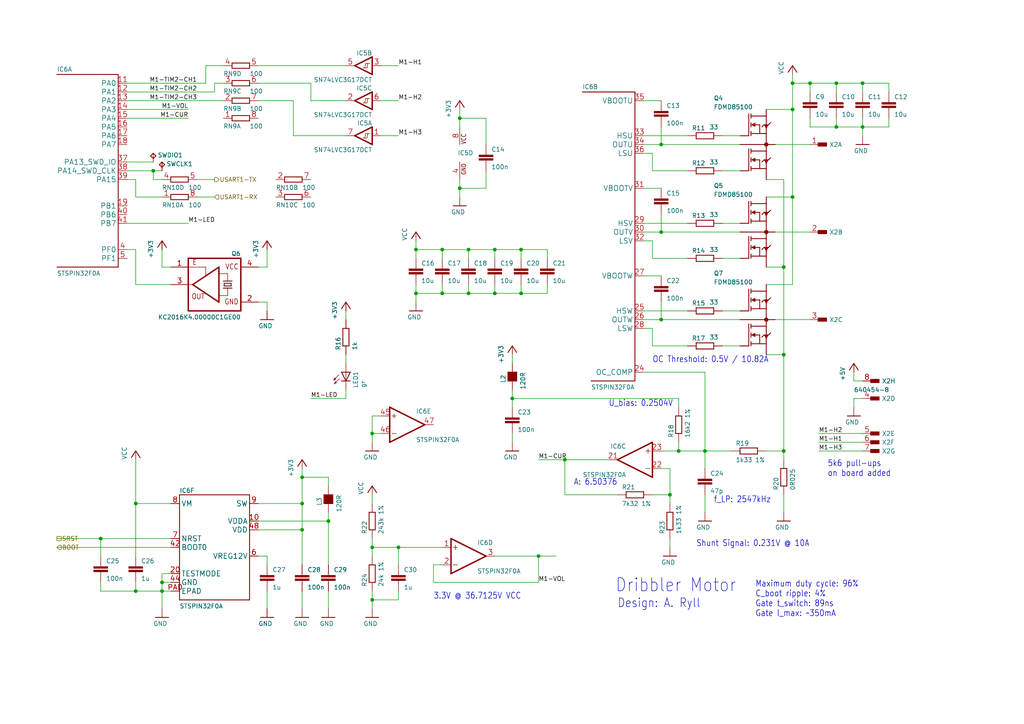
<source format=kicad_sch>
(kicad_sch (version 20250114) (generator "eeschema") (generator_version "9.0")
  (paper "A4")
  (text "f_LP: 2547kHz" (at 207.01 146.05 0) (effects (font (size 1.778 1.5113)) (justify left bottom)))
  (text "Design: A. Ryll" (at 179.07 176.53 0) (effects (font (size 2.54 2.159)) (justify left bottom)))
  (text "A: 6.50376" (at 166.37 140.97 0) (effects (font (size 1.778 1.5113)) (justify left bottom)))
  (text "Dribbler Motor" (at 178.435 172.085 0) (effects (font (size 3.81 3.2385)) (justify left bottom)))
  (text "5k6 pull-ups\non board added" (at 240.03 138.43 0) (effects (font (size 1.778 1.5113)) (justify left bottom)))
  (text "OC Threshold: 0.5V / 10.82A" (at 189.23 105.41 0) (effects (font (size 1.778 1.5113)) (justify left bottom)))
  (text "Maximum duty cycle: 96%\nC_boot ripple: 4%\nGate t_switch: 89ns\nGate I_max: ~350mA" (at 219.075 179.07 0) (effects (font (size 1.778 1.5113)) (justify left bottom)))
  (text "U_bias: 0.2504V" (at 176.53 118.11 0) (effects (font (size 1.778 1.5113)) (justify left bottom)))
  (text "Shunt Signal: 0.231V @ 10A" (at 201.93 158.75 0) (effects (font (size 1.778 1.5113)) (justify left bottom)))
  (text "3.3V @ 36.7125V VCC" (at 125.73 173.99 0) (effects (font (size 1.778 1.5113)) (justify left bottom)))
  (junction (at 229.87 31.75))
  (junction (at 128.27 72.39))
  (junction (at 46.99 168.91))
  (junction (at 107.95 125.73))
  (junction (at 87.63 153.67))
  (junction (at 143.51 72.39))
  (junction (at 95.25 151.13))
  (junction (at 46.99 171.45))
  (junction (at 39.37 146.05))
  (junction (at 87.63 146.05))
  (junction (at 135.89 72.39))
  (junction (at 242.57 24.13))
  (junction (at 39.37 171.45))
  (junction (at 191.77 92.71))
  (junction (at 29.21 156.21))
  (junction (at 204.47 130.81))
  (junction (at 191.77 67.31))
  (junction (at 120.65 85.09))
  (junction (at 143.51 85.09))
  (junction (at 191.77 41.91))
  (junction (at 107.95 158.75))
  (junction (at 135.89 85.09))
  (junction (at 107.95 173.99))
  (junction (at 115.57 158.75))
  (junction (at 196.85 130.81))
  (junction (at 242.57 36.83))
  (junction (at 163.83 133.35))
  (junction (at 229.87 57.15))
  (junction (at 148.59 115.57))
  (junction (at 156.21 161.29))
  (junction (at 227.33 102.87))
  (junction (at 151.13 72.39))
  (junction (at 227.33 77.47))
  (junction (at 128.27 85.09))
  (junction (at 229.87 24.13))
  (junction (at 194.31 143.51))
  (junction (at 250.19 24.13))
  (junction (at 133.35 34.29))
  (junction (at 44.45 49.53))
  (junction (at 151.13 85.09))
  (junction (at 87.63 138.43))
  (junction (at 250.19 36.83))
  (junction (at 133.35 54.61))
  (junction (at 227.33 130.81))
  (junction (at 234.95 24.13))
  (junction (at 120.65 72.39))
  (wire (pts (xy 44.45 49.53) (xy 46.99 49.53)) (stroke (width 0.1524)))
  (wire (pts (xy 189.23 95.25) (xy 189.23 100.33)) (stroke (width 0.1524)))
  (wire (pts (xy 196.85 130.81) (xy 196.85 128.27)) (stroke (width 0.1524)))
  (wire (pts (xy 125.73 168.91) (xy 156.21 168.91)) (stroke (width 0.1524)))
  (wire (pts (xy 46.99 166.37) (xy 46.99 168.91)) (stroke (width 0.1524)))
  (wire (pts (xy 39.37 52.07) (xy 36.83 52.07)) (stroke (width 0.1524)))
  (wire (pts (xy 140.97 41.91) (xy 140.97 34.29)) (stroke (width 0.1524)))
  (wire (pts (xy 49.53 156.21) (xy 29.21 156.21)) (stroke (width 0.1524)))
  (wire (pts (xy 257.81 26.67) (xy 257.81 24.13)) (stroke (width 0.1524)))
  (wire (pts (xy 250.19 110.49) (xy 247.65 110.49)) (stroke (width 0.1524)))
  (wire (pts (xy 222.25 77.47) (xy 227.33 77.47)) (stroke (width 0.1524)))
  (wire (pts (xy 229.87 57.15) (xy 229.87 31.75)) (stroke (width 0.1524)))
  (wire (pts (xy 115.57 158.75) (xy 128.27 158.75)) (stroke (width 0.1524)))
  (wire (pts (xy 189.23 100.33) (xy 199.39 100.33)) (stroke (width 0.1524)))
  (wire (pts (xy 250.19 125.73) (xy 237.49 125.73)) (stroke (width 0.1524)))
  (wire (pts (xy 156.21 161.29) (xy 143.51 161.29)) (stroke (width 0.1524)))
  (wire (pts (xy 44.45 52.07) (xy 44.45 49.53)) (stroke (width 0.1524)))
  (wire (pts (xy 29.21 156.21) (xy 16.51 156.21)) (stroke (width 0.1524)))
  (wire (pts (xy 120.65 82.55) (xy 120.65 85.09)) (stroke (width 0.1524)))
  (wire (pts (xy 36.83 31.75) (xy 54.61 31.75)) (stroke (width 0.1524)))
  (wire (pts (xy 191.77 54.61) (xy 186.69 54.61)) (stroke (width 0.1524)))
  (wire (pts (xy 143.51 82.55) (xy 143.51 85.09)) (stroke (width 0.1524)))
  (wire (pts (xy 194.31 135.89) (xy 191.77 135.89)) (stroke (width 0.1524)))
  (wire (pts (xy 191.77 130.81) (xy 196.85 130.81)) (stroke (width 0.1524)))
  (wire (pts (xy 29.21 171.45) (xy 29.21 168.91)) (stroke (width 0.1524)))
  (wire (pts (xy 189.23 49.53) (xy 199.39 49.53)) (stroke (width 0.1524)))
  (wire (pts (xy 133.35 57.15) (xy 133.35 54.61)) (stroke (width 0.1524)))
  (wire (pts (xy 36.83 49.53) (xy 44.45 49.53)) (stroke (width 0.1524)))
  (wire (pts (xy 250.19 130.81) (xy 237.49 130.81)) (stroke (width 0.1524)))
  (wire (pts (xy 222.25 52.07) (xy 227.33 52.07)) (stroke (width 0.1524)))
  (wire (pts (xy 191.77 67.31) (xy 186.69 67.31)) (stroke (width 0.1524)))
  (wire (pts (xy 135.89 85.09) (xy 143.51 85.09)) (stroke (width 0.1524)))
  (wire (pts (xy 189.23 143.51) (xy 194.31 143.51)) (stroke (width 0.1524)))
  (wire (pts (xy 36.83 29.21) (xy 64.77 29.21)) (stroke (width 0.1524)))
  (wire (pts (xy 77.47 87.63) (xy 77.47 90.17)) (stroke (width 0.1524)))
  (wire (pts (xy 115.57 173.99) (xy 107.95 173.99)) (stroke (width 0.1524)))
  (wire (pts (xy 133.35 34.29) (xy 133.35 31.75)) (stroke (width 0.1524)))
  (wire (pts (xy 222.25 31.75) (xy 229.87 31.75)) (stroke (width 0.1524)))
  (wire (pts (xy 62.23 24.13) (xy 64.77 24.13)) (stroke (width 0.1524)))
  (wire (pts (xy 100.33 39.37) (xy 85.09 39.37)) (stroke (width 0.1524)))
  (wire (pts (xy 247.65 110.49) (xy 247.65 107.95)) (stroke (width 0.1524)))
  (wire (pts (xy 110.49 120.65) (xy 107.95 120.65)) (stroke (width 0.1524)))
  (wire (pts (xy 227.33 52.07) (xy 227.33 77.47)) (stroke (width 0.1524)))
  (wire (pts (xy 110.49 29.21) (xy 115.57 29.21)) (stroke (width 0.1524)))
  (wire (pts (xy 222.25 82.55) (xy 229.87 82.55)) (stroke (width 0.1524)))
  (wire (pts (xy 95.25 176.53) (xy 95.25 171.45)) (stroke (width 0.1524)))
  (wire (pts (xy 125.73 163.83) (xy 125.73 168.91)) (stroke (width 0.1524)))
  (wire (pts (xy 64.77 19.05) (xy 59.69 19.05)) (stroke (width 0.1524)))
  (wire (pts (xy 128.27 85.09) (xy 135.89 85.09)) (stroke (width 0.1524)))
  (wire (pts (xy 46.99 77.47) (xy 46.99 72.39)) (stroke (width 0.1524)))
  (wire (pts (xy 143.51 72.39) (xy 151.13 72.39)) (stroke (width 0.1524)))
  (wire (pts (xy 148.59 128.27) (xy 148.59 125.73)) (stroke (width 0.1524)))
  (wire (pts (xy 191.77 41.91) (xy 186.69 41.91)) (stroke (width 0.1524)))
  (wire (pts (xy 186.69 44.45) (xy 189.23 44.45)) (stroke (width 0.1524)))
  (wire (pts (xy 107.95 161.29) (xy 107.95 158.75)) (stroke (width 0.1524)))
  (wire (pts (xy 229.87 24.13) (xy 234.95 24.13)) (stroke (width 0.1524)))
  (wire (pts (xy 204.47 107.95) (xy 186.69 107.95)) (stroke (width 0.1524)))
  (wire (pts (xy 62.23 26.67) (xy 62.23 24.13)) (stroke (width 0.1524)))
  (wire (pts (xy 16.51 158.75) (xy 49.53 158.75)) (stroke (width 0.1524)))
  (wire (pts (xy 227.33 148.59) (xy 227.33 143.51)) (stroke (width 0.1524)))
  (wire (pts (xy 46.99 57.15) (xy 39.37 57.15)) (stroke (width 0.1524)))
  (wire (pts (xy 100.33 90.17) (xy 100.33 92.71)) (stroke (width 0.1524)))
  (wire (pts (xy 110.49 39.37) (xy 115.57 39.37)) (stroke (width 0.1524)))
  (wire (pts (xy 87.63 146.05) (xy 87.63 138.43)) (stroke (width 0.1524)))
  (wire (pts (xy 128.27 74.93) (xy 128.27 72.39)) (stroke (width 0.1524)))
  (wire (pts (xy 250.19 128.27) (xy 237.49 128.27)) (stroke (width 0.1524)))
  (wire (pts (xy 214.63 39.37) (xy 209.55 39.37)) (stroke (width 0.1524)))
  (wire (pts (xy 74.93 87.63) (xy 77.47 87.63)) (stroke (width 0.1524)))
  (wire (pts (xy 100.33 113.03) (xy 100.33 115.57)) (stroke (width 0.1524)))
  (wire (pts (xy 49.53 146.05) (xy 39.37 146.05)) (stroke (width 0.1524)))
  (wire (pts (xy 204.47 130.81) (xy 196.85 130.81)) (stroke (width 0.1524)))
  (wire (pts (xy 49.53 166.37) (xy 46.99 166.37)) (stroke (width 0.1524)))
  (wire (pts (xy 214.63 92.71) (xy 191.77 92.71)) (stroke (width 0.1524)))
  (wire (pts (xy 120.65 72.39) (xy 120.65 69.85)) (stroke (width 0.1524)))
  (wire (pts (xy 151.13 74.93) (xy 151.13 72.39)) (stroke (width 0.1524)))
  (wire (pts (xy 143.51 74.93) (xy 143.51 72.39)) (stroke (width 0.1524)))
  (wire (pts (xy 128.27 72.39) (xy 135.89 72.39)) (stroke (width 0.1524)))
  (wire (pts (xy 196.85 115.57) (xy 148.59 115.57)) (stroke (width 0.1524)))
  (wire (pts (xy 85.09 29.21) (xy 74.93 29.21)) (stroke (width 0.1524)))
  (wire (pts (xy 107.95 120.65) (xy 107.95 125.73)) (stroke (width 0.1524)))
  (wire (pts (xy 87.63 138.43) (xy 87.63 135.89)) (stroke (width 0.1524)))
  (wire (pts (xy 46.99 171.45) (xy 46.99 176.53)) (stroke (width 0.1524)))
  (wire (pts (xy 95.25 151.13) (xy 95.25 148.59)) (stroke (width 0.1524)))
  (wire (pts (xy 189.23 69.85) (xy 189.23 74.93)) (stroke (width 0.1524)))
  (wire (pts (xy 189.23 74.93) (xy 199.39 74.93)) (stroke (width 0.1524)))
  (wire (pts (xy 234.95 24.13) (xy 242.57 24.13)) (stroke (width 0.1524)))
  (wire (pts (xy 74.93 77.47) (xy 77.47 77.47)) (stroke (width 0.1524)))
  (wire (pts (xy 36.83 46.99) (xy 44.45 46.99)) (stroke (width 0.1524)))
  (wire (pts (xy 163.83 133.35) (xy 156.21 133.35)) (stroke (width 0.1524)))
  (wire (pts (xy 49.53 171.45) (xy 46.99 171.45)) (stroke (width 0.1524)))
  (wire (pts (xy 204.47 135.89) (xy 204.47 130.81)) (stroke (width 0.1524)))
  (wire (pts (xy 135.89 74.93) (xy 135.89 72.39)) (stroke (width 0.1524)))
  (wire (pts (xy 214.63 49.53) (xy 209.55 49.53)) (stroke (width 0.1524)))
  (wire (pts (xy 191.77 36.83) (xy 191.77 41.91)) (stroke (width 0.1524)))
  (wire (pts (xy 214.63 90.17) (xy 209.55 90.17)) (stroke (width 0.1524)))
  (wire (pts (xy 209.55 100.33) (xy 214.63 100.33)) (stroke (width 0.1524)))
  (wire (pts (xy 90.17 29.21) (xy 100.33 29.21)) (stroke (width 0.1524)))
  (wire (pts (xy 250.19 24.13) (xy 257.81 24.13)) (stroke (width 0.1524)))
  (wire (pts (xy 204.47 130.81) (xy 204.47 107.95)) (stroke (width 0.1524)))
  (wire (pts (xy 250.19 36.83) (xy 250.19 34.29)) (stroke (width 0.1524)))
  (wire (pts (xy 224.79 92.71) (xy 234.95 92.71)) (stroke (width 0.1524)))
  (wire (pts (xy 250.19 24.13) (xy 250.19 26.67)) (stroke (width 0.1524)))
  (wire (pts (xy 224.79 41.91) (xy 234.95 41.91)) (stroke (width 0.1524)))
  (wire (pts (xy 29.21 161.29) (xy 29.21 156.21)) (stroke (width 0.1524)))
  (wire (pts (xy 191.77 87.63) (xy 191.77 92.71)) (stroke (width 0.1524)))
  (wire (pts (xy 222.25 102.87) (xy 227.33 102.87)) (stroke (width 0.1524)))
  (wire (pts (xy 234.95 36.83) (xy 242.57 36.83)) (stroke (width 0.1524)))
  (wire (pts (xy 214.63 41.91) (xy 191.77 41.91)) (stroke (width 0.1524)))
  (wire (pts (xy 242.57 24.13) (xy 250.19 24.13)) (stroke (width 0.1524)))
  (wire (pts (xy 234.95 26.67) (xy 234.95 24.13)) (stroke (width 0.1524)))
  (wire (pts (xy 250.19 115.57) (xy 247.65 115.57)) (stroke (width 0.1524)))
  (wire (pts (xy 133.35 54.61) (xy 133.35 52.07)) (stroke (width 0.1524)))
  (wire (pts (xy 95.25 138.43) (xy 87.63 138.43)) (stroke (width 0.1524)))
  (wire (pts (xy 247.65 115.57) (xy 247.65 118.11)) (stroke (width 0.1524)))
  (wire (pts (xy 196.85 118.11) (xy 196.85 115.57)) (stroke (width 0.1524)))
  (wire (pts (xy 209.55 74.93) (xy 214.63 74.93)) (stroke (width 0.1524)))
  (wire (pts (xy 77.47 161.29) (xy 74.93 161.29)) (stroke (width 0.1524)))
  (wire (pts (xy 143.51 85.09) (xy 151.13 85.09)) (stroke (width 0.1524)))
  (wire (pts (xy 39.37 82.55) (xy 39.37 72.39)) (stroke (width 0.1524)))
  (wire (pts (xy 120.65 85.09) (xy 128.27 85.09)) (stroke (width 0.1524)))
  (wire (pts (xy 77.47 77.47) (xy 77.47 72.39)) (stroke (width 0.1524)))
  (wire (pts (xy 158.75 72.39) (xy 158.75 74.93)) (stroke (width 0.1524)))
  (wire (pts (xy 212.09 130.81) (xy 204.47 130.81)) (stroke (width 0.1524)))
  (wire (pts (xy 128.27 82.55) (xy 128.27 85.09)) (stroke (width 0.1524)))
  (wire (pts (xy 49.53 77.47) (xy 46.99 77.47)) (stroke (width 0.1524)))
  (wire (pts (xy 194.31 143.51) (xy 194.31 135.89)) (stroke (width 0.1524)))
  (wire (pts (xy 107.95 146.05) (xy 107.95 143.51)) (stroke (width 0.1524)))
  (wire (pts (xy 39.37 171.45) (xy 39.37 168.91)) (stroke (width 0.1524)))
  (wire (pts (xy 186.69 80.01) (xy 191.77 80.01)) (stroke (width 0.1524)))
  (wire (pts (xy 100.33 115.57) (xy 90.17 115.57)) (stroke (width 0.1524)))
  (wire (pts (xy 110.49 19.05) (xy 115.57 19.05)) (stroke (width 0.1524)))
  (wire (pts (xy 87.63 163.83) (xy 87.63 153.67)) (stroke (width 0.1524)))
  (wire (pts (xy 128.27 163.83) (xy 125.73 163.83)) (stroke (width 0.1524)))
  (wire (pts (xy 110.49 125.73) (xy 107.95 125.73)) (stroke (width 0.1524)))
  (wire (pts (xy 151.13 72.39) (xy 158.75 72.39)) (stroke (width 0.1524)))
  (wire (pts (xy 224.79 67.31) (xy 234.95 67.31)) (stroke (width 0.1524)))
  (wire (pts (xy 36.83 34.29) (xy 54.61 34.29)) (stroke (width 0.1524)))
  (wire (pts (xy 194.31 158.75) (xy 194.31 156.21)) (stroke (width 0.1524)))
  (wire (pts (xy 107.95 125.73) (xy 107.95 128.27)) (stroke (width 0.1524)))
  (wire (pts (xy 49.53 168.91) (xy 46.99 168.91)) (stroke (width 0.1524)))
  (wire (pts (xy 156.21 161.29) (xy 161.29 161.29)) (stroke (width 0.1524)))
  (wire (pts (xy 39.37 146.05) (xy 39.37 133.35)) (stroke (width 0.1524)))
  (wire (pts (xy 189.23 44.45) (xy 189.23 49.53)) (stroke (width 0.1524)))
  (wire (pts (xy 107.95 173.99) (xy 107.95 176.53)) (stroke (width 0.1524)))
  (wire (pts (xy 46.99 52.07) (xy 44.45 52.07)) (stroke (width 0.1524)))
  (wire (pts (xy 36.83 26.67) (xy 62.23 26.67)) (stroke (width 0.1524)))
  (wire (pts (xy 229.87 24.13) (xy 229.87 21.59)) (stroke (width 0.1524)))
  (wire (pts (xy 194.31 146.05) (xy 194.31 143.51)) (stroke (width 0.1524)))
  (wire (pts (xy 120.65 87.63) (xy 120.65 85.09)) (stroke (width 0.1524)))
  (wire (pts (xy 140.97 34.29) (xy 133.35 34.29)) (stroke (width 0.1524)))
  (wire (pts (xy 222.25 57.15) (xy 229.87 57.15)) (stroke (width 0.1524)))
  (wire (pts (xy 179.07 143.51) (xy 163.83 143.51)) (stroke (width 0.1524)))
  (wire (pts (xy 74.93 146.05) (xy 87.63 146.05)) (stroke (width 0.1524)))
  (wire (pts (xy 186.69 69.85) (xy 189.23 69.85)) (stroke (width 0.1524)))
  (wire (pts (xy 85.09 39.37) (xy 85.09 29.21)) (stroke (width 0.1524)))
  (wire (pts (xy 204.47 148.59) (xy 204.47 143.51)) (stroke (width 0.1524)))
  (wire (pts (xy 46.99 168.91) (xy 46.99 171.45)) (stroke (width 0.1524)))
  (wire (pts (xy 95.25 140.97) (xy 95.25 138.43)) (stroke (width 0.1524)))
  (wire (pts (xy 74.93 151.13) (xy 95.25 151.13)) (stroke (width 0.1524)))
  (wire (pts (xy 49.53 82.55) (xy 39.37 82.55)) (stroke (width 0.1524)))
  (wire (pts (xy 156.21 168.91) (xy 156.21 161.29)) (stroke (width 0.1524)))
  (wire (pts (xy 115.57 171.45) (xy 115.57 173.99)) (stroke (width 0.1524)))
  (wire (pts (xy 120.65 74.93) (xy 120.65 72.39)) (stroke (width 0.1524)))
  (wire (pts (xy 191.77 62.23) (xy 191.77 67.31)) (stroke (width 0.1524)))
  (wire (pts (xy 46.99 171.45) (xy 39.37 171.45)) (stroke (width 0.1524)))
  (wire (pts (xy 163.83 133.35) (xy 176.53 133.35)) (stroke (width 0.1524)))
  (wire (pts (xy 163.83 143.51) (xy 163.83 133.35)) (stroke (width 0.1524)))
  (wire (pts (xy 90.17 24.13) (xy 90.17 29.21)) (stroke (width 0.1524)))
  (wire (pts (xy 199.39 39.37) (xy 186.69 39.37)) (stroke (width 0.1524)))
  (wire (pts (xy 191.77 92.71) (xy 186.69 92.71)) (stroke (width 0.1524)))
  (wire (pts (xy 74.93 24.13) (xy 90.17 24.13)) (stroke (width 0.1524)))
  (wire (pts (xy 229.87 31.75) (xy 229.87 24.13)) (stroke (width 0.1524)))
  (wire (pts (xy 257.81 34.29) (xy 257.81 36.83)) (stroke (width 0.1524)))
  (wire (pts (xy 148.59 115.57) (xy 148.59 113.03)) (stroke (width 0.1524)))
  (wire (pts (xy 229.87 82.55) (xy 229.87 57.15)) (stroke (width 0.1524)))
  (wire (pts (xy 133.35 36.83) (xy 133.35 34.29)) (stroke (width 0.1524)))
  (wire (pts (xy 39.37 72.39) (xy 36.83 72.39)) (stroke (width 0.1524)))
  (wire (pts (xy 77.47 176.53) (xy 77.47 171.45)) (stroke (width 0.1524)))
  (wire (pts (xy 148.59 102.87) (xy 148.59 105.41)) (stroke (width 0.1524)))
  (wire (pts (xy 135.89 82.55) (xy 135.89 85.09)) (stroke (width 0.1524)))
  (wire (pts (xy 57.15 57.15) (xy 62.23 57.15)) (stroke (width 0.1524)))
  (wire (pts (xy 242.57 24.13) (xy 242.57 26.67)) (stroke (width 0.1524)))
  (wire (pts (xy 120.65 72.39) (xy 128.27 72.39)) (stroke (width 0.1524)))
  (wire (pts (xy 151.13 85.09) (xy 158.75 85.09)) (stroke (width 0.1524)))
  (wire (pts (xy 95.25 163.83) (xy 95.25 151.13)) (stroke (width 0.1524)))
  (wire (pts (xy 186.69 29.21) (xy 191.77 29.21)) (stroke (width 0.1524)))
  (wire (pts (xy 115.57 163.83) (xy 115.57 158.75)) (stroke (width 0.1524)))
  (wire (pts (xy 186.69 90.17) (xy 199.39 90.17)) (stroke (width 0.1524)))
  (wire (pts (xy 133.35 54.61) (xy 140.97 54.61)) (stroke (width 0.1524)))
  (wire (pts (xy 36.83 64.77) (xy 54.61 64.77)) (stroke (width 0.1524)))
  (wire (pts (xy 100.33 19.05) (xy 74.93 19.05)) (stroke (width 0.1524)))
  (wire (pts (xy 59.69 19.05) (xy 59.69 24.13)) (stroke (width 0.1524)))
  (wire (pts (xy 242.57 36.83) (xy 242.57 34.29)) (stroke (width 0.1524)))
  (wire (pts (xy 234.95 34.29) (xy 234.95 36.83)) (stroke (width 0.1524)))
  (wire (pts (xy 250.19 36.83) (xy 257.81 36.83)) (stroke (width 0.1524)))
  (wire (pts (xy 151.13 82.55) (xy 151.13 85.09)) (stroke (width 0.1524)))
  (wire (pts (xy 100.33 105.41) (xy 100.33 102.87)) (stroke (width 0.1524)))
  (wire (pts (xy 36.83 24.13) (xy 59.69 24.13)) (stroke (width 0.1524)))
  (wire (pts (xy 77.47 163.83) (xy 77.47 161.29)) (stroke (width 0.1524)))
  (wire (pts (xy 39.37 146.05) (xy 39.37 161.29)) (stroke (width 0.1524)))
  (wire (pts (xy 87.63 176.53) (xy 87.63 171.45)) (stroke (width 0.1524)))
  (wire (pts (xy 158.75 85.09) (xy 158.75 82.55)) (stroke (width 0.1524)))
  (wire (pts (xy 107.95 158.75) (xy 107.95 156.21)) (stroke (width 0.1524)))
  (wire (pts (xy 135.89 72.39) (xy 143.51 72.39)) (stroke (width 0.1524)))
  (wire (pts (xy 250.19 39.37) (xy 250.19 36.83)) (stroke (width 0.1524)))
  (wire (pts (xy 107.95 158.75) (xy 115.57 158.75)) (stroke (width 0.1524)))
  (wire (pts (xy 107.95 171.45) (xy 107.95 173.99)) (stroke (width 0.1524)))
  (wire (pts (xy 222.25 130.81) (xy 227.33 130.81)) (stroke (width 0.1524)))
  (wire (pts (xy 148.59 118.11) (xy 148.59 115.57)) (stroke (width 0.1524)))
  (wire (pts (xy 242.57 36.83) (xy 250.19 36.83)) (stroke (width 0.1524)))
  (wire (pts (xy 227.33 77.47) (xy 227.33 102.87)) (stroke (width 0.1524)))
  (wire (pts (xy 227.33 133.35) (xy 227.33 130.81)) (stroke (width 0.1524)))
  (wire (pts (xy 39.37 171.45) (xy 29.21 171.45)) (stroke (width 0.1524)))
  (wire (pts (xy 74.93 153.67) (xy 87.63 153.67)) (stroke (width 0.1524)))
  (wire (pts (xy 39.37 57.15) (xy 39.37 52.07)) (stroke (width 0.1524)))
  (wire (pts (xy 140.97 54.61) (xy 140.97 49.53)) (stroke (width 0.1524)))
  (wire (pts (xy 186.69 95.25) (xy 189.23 95.25)) (stroke (width 0.1524)))
  (wire (pts (xy 227.33 130.81) (xy 227.33 102.87)) (stroke (width 0.1524)))
  (wire (pts (xy 186.69 64.77) (xy 199.39 64.77)) (stroke (width 0.1524)))
  (wire (pts (xy 214.63 67.31) (xy 191.77 67.31)) (stroke (width 0.1524)))
  (wire (pts (xy 214.63 64.77) (xy 209.55 64.77)) (stroke (width 0.1524)))
  (wire (pts (xy 87.63 153.67) (xy 87.63 146.05)) (stroke (width 0.1524)))
  (wire (pts (xy 57.15 52.07) (xy 62.23 52.07)) (stroke (width 0.1524)))
  (label "M1-VOL" (at 54.61 31.75 180) (effects (font (size 1.2446 1.2446))))
  (label "M1-H3" (at 237.49 130.81 0) (effects (font (size 1.2446 1.2446))))
  (label "M1-LED" (at 90.17 115.57 0) (effects (font (size 1.2446 1.2446))))
  (label "M1-H1" (at 115.57 19.05 0) (effects (font (size 1.2446 1.2446))))
  (label "M1-CUR" (at 156.21 133.35 0) (effects (font (size 1.2446 1.2446))))
  (label "M1-TIM2-CH2" (at 57.15 26.67 180) (effects (font (size 1.2446 1.2446))))
  (label "M1-VOL" (at 156.21 168.91 0) (effects (font (size 1.2446 1.2446))))
  (label "M1-TIM2-CH3" (at 57.15 29.21 180) (effects (font (size 1.2446 1.2446))))
  (label "M1-H1" (at 237.49 128.27 0) (effects (font (size 1.2446 1.2446))))
  (label "M1-LED" (at 54.61 64.77 0) (effects (font (size 1.2446 1.2446))))
  (label "M1-TIM2-CH1" (at 57.15 24.13 180) (effects (font (size 1.2446 1.2446))))
  (label "M1-CUR" (at 54.61 34.29 180) (effects (font (size 1.2446 1.2446))))
  (label "M1-H2" (at 115.57 29.21 0) (effects (font (size 1.2446 1.2446))))
  (label "M1-H3" (at 115.57 39.37 0) (effects (font (size 1.2446 1.2446))))
  (label "M1-H2" (at 237.49 125.73 0) (effects (font (size 1.2446 1.2446))))
  (hierarchical_label "SRST" (shape passive) (at 16.51 156.21 0) (effects (font (size 1.2446 1.2446))))
  (hierarchical_label "BOOT" (shape input) (at 16.51 158.75 0) (effects (font (size 1.2446 1.2446))))
  (hierarchical_label "USART1-TX" (shape output) (at 62.23 52.07 0) (effects (font (size 1.2446 1.2446))))
  (hierarchical_label "USART1-RX" (shape input) (at 62.23 57.15 0) (effects (font (size 1.2446 1.2446))))
  (symbol (lib_id "Powerboard v1-eagle-import:STSPIN32F0A") (at 184.15 133.35 0) (mirror y) (unit 3)
    (property "Reference" "IC6" (at 181.61 130.175 0) (effects (justify left bottom)))
    (property "Value" "STSPIN32F0A" (at 181.61 138.43 0) (effects (justify left bottom)))
    (property "Footprint" "Powerboard v1:VFQFPN48" (effects (hide yes)))
    (property "Digi-Key" "497-17635-ND" (effects (hide yes)))
  )
  (symbol (lib_id "Powerboard v1-eagle-import:GND") (at 120.65 90.17 0) (unit 1)
    (property "Reference" "#DRIBBLER:#GND03" (effects (hide yes)))
    (property "Value" "GND" (at 118.11 92.71 0) (effects (justify left bottom)))
  )
  (symbol (lib_id "Powerboard v1-eagle-import:MTA-100-8") (at 250.19 128.27 0) (unit 6)
    (property "Reference" "X2" (at 255.778 129.032 0) (effects (justify left bottom)))
    (property "Value" "640454-8" (effects (hide yes)))
    (property "Footprint" "Powerboard v1:640454-8" (effects (hide yes)))
    (property "Digi-Key" "A19435-ND" (effects (hide yes)))
  )
  (symbol (lib_id "Powerboard v1-eagle-import:MTA-100-8") (at 250.19 110.49 0) (unit 8)
    (property "Reference" "X2" (at 255.778 111.252 0) (effects (justify left bottom)))
    (property "Value" "640454-8" (at 247.65 113.792 0) (effects (justify left bottom)))
    (property "Footprint" "Powerboard v1:640454-8" (effects (hide yes)))
    (property "Digi-Key" "A19435-ND" (effects (hide yes)))
  )
  (symbol (lib_id "Powerboard v1-eagle-import:+3V3") (at 77.47 69.85 0) (unit 1)
    (property "Reference" "#DRIBBLER:#+3V03" (effects (hide yes)))
    (property "Value" "+3V3" (at 74.93 74.93 90) (effects (justify left bottom)))
  )
  (symbol (lib_id "Powerboard v1-eagle-import:C-EUC1206") (at 242.57 29.21 0) (unit 1)
    (property "Reference" "C10" (at 244.094 28.829 0) (effects (justify left bottom)))
    (property "Value" "10u" (at 244.094 33.909 0) (effects (justify left bottom)))
    (property "Footprint" "Powerboard v1:C1206" (effects (hide yes)))
    (property "Description" "50V" (effects (hide yes)))
    (property "Digi-Key" "1276-6736-2-ND" (effects (hide yes)))
    (property "Mfg Part #" "C3225X5R1H106M250AB" (effects (hide yes)))
  )
  (symbol (lib_id "Powerboard v1-eagle-import:TPTP10R") (at 44.45 44.45 0) (unit 1) (in_bom no)
    (property "Reference" "SWDIO1" (at 45.72 45.72 0) (effects (justify left bottom)))
    (property "Value" "TPTP10R" (effects (hide yes)))
    (property "Footprint" "Powerboard v1:TP10R" (effects (hide yes)))
  )
  (symbol (lib_id "Powerboard v1-eagle-import:GND") (at 227.33 151.13 0) (unit 1)
    (property "Reference" "#DRIBBLER:#GND09" (effects (hide yes)))
    (property "Value" "GND" (at 224.79 153.67 0) (effects (justify left bottom)))
  )
  (symbol (lib_id "Powerboard v1-eagle-import:C-EUC0603") (at 191.77 31.75 0) (unit 1)
    (property "Reference" "C13" (at 193.294 31.369 0) (effects (justify left bottom)))
    (property "Value" "100n" (at 193.294 36.449 0) (effects (justify left bottom)))
    (property "Footprint" "Powerboard v1:C0603" (effects (hide yes)))
    (property "Digi-Key" "1292-1397-1-ND" (effects (hide yes)))
  )
  (symbol (lib_id "Powerboard v1-eagle-import:LEDCHIP-LED0603") (at 100.33 107.95 0) (unit 1)
    (property "Reference" "LED1" (at 103.886 112.522 90) (effects (justify left bottom)))
    (property "Value" "gr" (at 106.045 112.522 90) (effects (justify left bottom)))
    (property "Footprint" "Powerboard v1:CHIP-LED0603" (effects (hide yes)))
    (property "Digi-Key" "732-4980-1-ND" (effects (hide yes)))
  )
  (symbol (lib_id "Powerboard v1-eagle-import:GND") (at 107.95 179.07 0) (unit 1)
    (property "Reference" "#DRIBBLER:#GND015" (effects (hide yes)))
    (property "Value" "GND" (at 105.41 181.61 0) (effects (justify left bottom)))
  )
  (symbol (lib_id "Powerboard v1-eagle-import:NMOS_HBRIDGE") (at 222.25 67.31 0) (unit 1)
    (property "Reference" "Q5" (at 207.01 54.61 0) (effects (justify left bottom)))
    (property "Value" "FDMD85100" (at 207.01 57.15 0) (effects (justify left bottom)))
    (property "Footprint" "Powerboard v1:POWER56_HBRIDGE" (effects (hide yes)))
    (property "Digi-Key" "FDMD85100CT-ND" (effects (hide yes)))
  )
  (symbol (lib_id "Powerboard v1-eagle-import:C-EUC1206") (at 151.13 77.47 0) (unit 1)
    (property "Reference" "C20" (at 152.654 77.089 0) (effects (justify left bottom)))
    (property "Value" "10u" (at 152.654 82.169 0) (effects (justify left bottom)))
    (property "Footprint" "Powerboard v1:C1206" (effects (hide yes)))
    (property "Description" "50V" (effects (hide yes)))
    (property "Digi-Key" "1276-6736-2-ND" (effects (hide yes)))
    (property "Mfg Part #" "C3225X5R1H106M250AB" (effects (hide yes)))
  )
  (symbol (lib_id "Powerboard v1-eagle-import:R-EU_R1206") (at 227.33 138.43 90) (unit 1)
    (property "Reference" "R20" (at 225.8314 142.24 0) (effects (justify left bottom)))
    (property "Value" "0R025" (at 230.632 142.24 0) (effects (justify left bottom)))
    (property "Footprint" "Powerboard v1:R1206" (effects (hide yes)))
    (property "Description" "1W" (effects (hide yes)))
    (property "Digi-Key" "MCS1632R025FERCT-ND" (effects (hide yes)))
  )
  (symbol (lib_id "Powerboard v1-eagle-import:GND") (at 95.25 179.07 0) (unit 1)
    (property "Reference" "#DRIBBLER:#GND014" (effects (hide yes)))
    (property "Value" "GND" (at 92.71 181.61 0) (effects (justify left bottom)))
  )
  (symbol (lib_id "Powerboard v1-eagle-import:R-EU_R0603") (at 204.47 74.93 0) (unit 1)
    (property "Reference" "R14" (at 200.66 73.4314 0) (effects (justify left bottom)))
    (property "Value" "33" (at 205.74 73.152 0) (effects (justify left bottom)))
    (property "Footprint" "Powerboard v1:R0603" (effects (hide yes)))
    (property "Digi-Key" "A130398CT-ND" (effects (hide yes)))
  )
  (symbol (lib_id "Powerboard v1-eagle-import:VCC") (at 229.87 19.05 0) (unit 1)
    (property "Reference" "#DRIBBLER:#P+01" (effects (hide yes)))
    (property "Value" "VCC" (at 227.33 21.59 90) (effects (justify left bottom)))
  )
  (symbol (lib_id "Powerboard v1-eagle-import:STSPIN32F0A") (at 173.99 62.23 0) (unit 2)
    (property "Reference" "IC6" (at 168.91 25.908 0) (effects (justify left bottom)))
    (property "Value" "STSPIN32F0A" (at 171.45 113.03 0) (effects (justify left bottom)))
    (property "Footprint" "Powerboard v1:VFQFPN48" (effects (hide yes)))
    (property "Digi-Key" "497-17635-ND" (effects (hide yes)))
  )
  (symbol (lib_id "Powerboard v1-eagle-import:VCC") (at 39.37 130.81 0) (unit 1)
    (property "Reference" "#DRIBBLER:#P+04" (effects (hide yes)))
    (property "Value" "VCC" (at 36.83 133.35 90) (effects (justify left bottom)))
  )
  (symbol (lib_id "Powerboard v1-eagle-import:R-EU_R0603") (at 184.15 143.51 0) (unit 1)
    (property "Reference" "R21" (at 180.34 142.0114 0) (effects (justify left bottom)))
    (property "Value" "7k32 1%" (at 180.34 146.812 0) (effects (justify left bottom)))
    (property "Footprint" "Powerboard v1:R0603" (effects (hide yes)))
    (property "Digi-Key" "P7.32KHCT-ND" (effects (hide yes)))
  )
  (symbol (lib_id "Powerboard v1-eagle-import:743G17DCT") (at 105.41 19.05 0) (mirror y) (unit 2)
    (property "Reference" "IC5" (at 107.95 16.129 0) (effects (justify left bottom)))
    (property "Value" "SN74LVC3G17DCT" (at 107.95 23.876 0) (effects (justify left bottom)))
    (property "Footprint" "Powerboard v1:DCT_R-PDSO-G8" (effects (hide yes)))
    (property "Digi-Key" "296-16915-1-ND" (effects (hide yes)))
  )
  (symbol (lib_id "Powerboard v1-eagle-import:C-EUC0603") (at 39.37 163.83 0) (unit 1)
    (property "Reference" "C26" (at 40.894 163.449 0) (effects (justify left bottom)))
    (property "Value" "1u" (at 40.894 168.529 0) (effects (justify left bottom)))
    (property "Footprint" "Powerboard v1:C0603" (effects (hide yes)))
    (property "Digi-Key" "1276-1860-1-ND" (effects (hide yes)))
  )
  (symbol (lib_id "Powerboard v1-eagle-import:C-EUC1206") (at 250.19 29.21 0) (unit 1)
    (property "Reference" "C11" (at 251.714 28.829 0) (effects (justify left bottom)))
    (property "Value" "10u" (at 251.714 33.909 0) (effects (justify left bottom)))
    (property "Footprint" "Powerboard v1:C1206" (effects (hide yes)))
    (property "Description" "50V" (effects (hide yes)))
    (property "Digi-Key" "1276-6736-2-ND" (effects (hide yes)))
    (property "Mfg Part #" "C3225X5R1H106M250AB" (effects (hide yes)))
  )
  (symbol (lib_id "Powerboard v1-eagle-import:MTA-100-8") (at 250.19 130.81 0) (unit 7)
    (property "Reference" "X2" (at 255.778 131.572 0) (effects (justify left bottom)))
    (property "Value" "640454-8" (effects (hide yes)))
    (property "Footprint" "Powerboard v1:640454-8" (effects (hide yes)))
    (property "Digi-Key" "A19435-ND" (effects (hide yes)))
  )
  (symbol (lib_id "Powerboard v1-eagle-import:MTA-100-8") (at 234.95 92.71 0) (unit 3)
    (property "Reference" "X2" (at 240.538 93.472 0) (effects (justify left bottom)))
    (property "Value" "640454-8" (effects (hide yes)))
    (property "Footprint" "Powerboard v1:640454-8" (effects (hide yes)))
    (property "Digi-Key" "A19435-ND" (effects (hide yes)))
  )
  (symbol (lib_id "Powerboard v1-eagle-import:GND") (at 87.63 179.07 0) (unit 1)
    (property "Reference" "#DRIBBLER:#GND013" (effects (hide yes)))
    (property "Value" "GND" (at 85.09 181.61 0) (effects (justify left bottom)))
  )
  (symbol (lib_id "Powerboard v1-eagle-import:+3V3") (at 46.99 69.85 0) (unit 1)
    (property "Reference" "#DRIBBLER:#+3V02" (effects (hide yes)))
    (property "Value" "+3V3" (at 44.45 74.93 90) (effects (justify left bottom)))
  )
  (symbol (lib_id "Powerboard v1-eagle-import:VCC") (at 120.65 67.31 0) (unit 1)
    (property "Reference" "#DRIBBLER:#P+02" (effects (hide yes)))
    (property "Value" "VCC" (at 118.11 69.85 90) (effects (justify left bottom)))
  )
  (symbol (lib_id "Powerboard v1-eagle-import:4R-NEXB28V") (at 69.85 24.13 0) (unit 3)
    (property "Reference" "RN9" (at 64.77 27.178 0) (effects (justify left bottom)))
    (property "Value" "100" (at 72.39 27.178 0) (effects (justify left bottom)))
    (property "Footprint" "Powerboard v1:EXB28V" (effects (hide yes)))
    (property "Digi-Key" "Y7101CT-ND" (effects (hide yes)))
  )
  (symbol (lib_id "Powerboard v1-eagle-import:R-EU_R0603") (at 204.47 49.53 0) (unit 1)
    (property "Reference" "R12" (at 200.66 48.0314 0) (effects (justify left bottom)))
    (property "Value" "33" (at 205.74 47.752 0) (effects (justify left bottom)))
    (property "Footprint" "Powerboard v1:R0603" (effects (hide yes)))
    (property "Digi-Key" "A130398CT-ND" (effects (hide yes)))
  )
  (symbol (lib_id "Powerboard v1-eagle-import:4R-NEXB28V") (at 52.07 57.15 0) (unit 1)
    (property "Reference" "RN10" (at 46.99 60.198 0) (effects (justify left bottom)))
    (property "Value" "100" (at 54.61 60.198 0) (effects (justify left bottom)))
    (property "Footprint" "Powerboard v1:EXB28V" (effects (hide yes)))
    (property "Digi-Key" "Y7101CT-ND" (effects (hide yes)))
  )
  (symbol (lib_id "Powerboard v1-eagle-import:GND") (at 46.99 179.07 0) (unit 1)
    (property "Reference" "#DRIBBLER:#GND011" (effects (hide yes)))
    (property "Value" "GND" (at 44.45 181.61 0) (effects (justify left bottom)))
  )
  (symbol (lib_id "Powerboard v1-eagle-import:R-EU_R0603") (at 107.95 166.37 90) (unit 1)
    (property "Reference" "R24" (at 106.4514 170.18 0) (effects (justify left bottom)))
    (property "Value" "24k 1%" (at 111.252 170.18 0) (effects (justify left bottom)))
    (property "Footprint" "Powerboard v1:R0603" (effects (hide yes)))
    (property "Digi-Key" "P24.0KHCT-ND" (effects (hide yes)))
  )
  (symbol (lib_id "Powerboard v1-eagle-import:C-EUC1206") (at 257.81 29.21 0) (unit 1)
    (property "Reference" "C12" (at 259.334 28.829 0) (effects (justify left bottom)))
    (property "Value" "10u" (at 259.334 33.909 0) (effects (justify left bottom)))
    (property "Footprint" "Powerboard v1:C1206" (effects (hide yes)))
    (property "Description" "50V" (effects (hide yes)))
    (property "Digi-Key" "1276-6736-2-ND" (effects (hide yes)))
    (property "Mfg Part #" "C3225X5R1H106M250AB" (effects (hide yes)))
  )
  (symbol (lib_id "Powerboard v1-eagle-import:743G17DCT") (at 105.41 39.37 0) (mirror y) (unit 1)
    (property "Reference" "IC5" (at 107.95 36.449 0) (effects (justify left bottom)))
    (property "Value" "SN74LVC3G17DCT" (at 107.95 44.196 0) (effects (justify left bottom)))
    (property "Footprint" "Powerboard v1:DCT_R-PDSO-G8" (effects (hide yes)))
    (property "Digi-Key" "296-16915-1-ND" (effects (hide yes)))
  )
  (symbol (lib_id "Powerboard v1-eagle-import:+3V3") (at 100.33 87.63 0) (unit 1)
    (property "Reference" "#DRIBBLER:#+3V04" (effects (hide yes)))
    (property "Value" "+3V3" (at 97.79 92.71 90) (effects (justify left bottom)))
  )
  (symbol (lib_id "Powerboard v1-eagle-import:C-EUC0603") (at 191.77 57.15 0) (unit 1)
    (property "Reference" "C15" (at 193.294 56.769 0) (effects (justify left bottom)))
    (property "Value" "100n" (at 193.294 61.849 0) (effects (justify left bottom)))
    (property "Footprint" "Powerboard v1:C0603" (effects (hide yes)))
    (property "Digi-Key" "1292-1397-1-ND" (effects (hide yes)))
  )
  (symbol (lib_id "Powerboard v1-eagle-import:R-EU_R0603") (at 217.17 130.81 0) (unit 1)
    (property "Reference" "R19" (at 213.36 129.3114 0) (effects (justify left bottom)))
    (property "Value" "1k33 1%" (at 213.36 134.112 0) (effects (justify left bottom)))
    (property "Footprint" "Powerboard v1:R0603" (effects (hide yes)))
    (property "Digi-Key" "311-1.33KHRCT-ND" (effects (hide yes)))
  )
  (symbol (lib_id "Powerboard v1-eagle-import:NMOS_HBRIDGE") (at 222.25 92.71 0) (unit 1)
    (property "Reference" "Q7" (at 207.01 80.01 0) (effects (justify left bottom)))
    (property "Value" "FDMD85100" (at 207.01 82.55 0) (effects (justify left bottom)))
    (property "Footprint" "Powerboard v1:POWER56_HBRIDGE" (effects (hide yes)))
    (property "Digi-Key" "FDMD85100CT-ND" (effects (hide yes)))
  )
  (symbol (lib_id "Powerboard v1-eagle-import:GND") (at 133.35 59.69 0) (unit 1)
    (property "Reference" "#DRIBBLER:#GND02" (effects (hide yes)))
    (property "Value" "GND" (at 130.81 62.23 0) (effects (justify left bottom)))
  )
  (symbol (lib_id "Powerboard v1-eagle-import:C-EUC0603") (at 115.57 166.37 0) (unit 1)
    (property "Reference" "C30" (at 117.094 165.989 0) (effects (justify left bottom)))
    (property "Value" "1u" (at 117.094 171.069 0) (effects (justify left bottom)))
    (property "Footprint" "Powerboard v1:C0603" (effects (hide yes)))
    (property "Digi-Key" "1276-1860-1-ND" (effects (hide yes)))
  )
  (symbol (lib_id "Powerboard v1-eagle-import:R-EU_R0603") (at 204.47 90.17 0) (unit 1)
    (property "Reference" "R15" (at 200.66 88.6714 0) (effects (justify left bottom)))
    (property "Value" "33" (at 205.74 88.392 0) (effects (justify left bottom)))
    (property "Footprint" "Powerboard v1:R0603" (effects (hide yes)))
    (property "Digi-Key" "A130398CT-ND" (effects (hide yes)))
  )
  (symbol (lib_id "Powerboard v1-eagle-import:R-EU_R0603") (at 204.47 100.33 0) (unit 1)
    (property "Reference" "R17" (at 200.66 98.8314 0) (effects (justify left bottom)))
    (property "Value" "33" (at 205.74 98.552 0) (effects (justify left bottom)))
    (property "Footprint" "Powerboard v1:R0603" (effects (hide yes)))
    (property "Digi-Key" "A130398CT-ND" (effects (hide yes)))
  )
  (symbol (lib_id "Powerboard v1-eagle-import:+3V3") (at 148.59 100.33 0) (unit 1)
    (property "Reference" "#DRIBBLER:#+3V05" (effects (hide yes)))
    (property "Value" "+3V3" (at 146.05 105.41 90) (effects (justify left bottom)))
  )
  (symbol (lib_id "Powerboard v1-eagle-import:NMOS_HBRIDGE") (at 222.25 41.91 0) (unit 1)
    (property "Reference" "Q4" (at 207.01 29.21 0) (effects (justify left bottom)))
    (property "Value" "FDMD85100" (at 207.01 31.75 0) (effects (justify left bottom)))
    (property "Footprint" "Powerboard v1:POWER56_HBRIDGE" (effects (hide yes)))
    (property "Digi-Key" "FDMD85100CT-ND" (effects (hide yes)))
  )
  (symbol (lib_id "Powerboard v1-eagle-import:R-EU_R0603") (at 107.95 151.13 90) (unit 1)
    (property "Reference" "R22" (at 106.4514 154.94 0) (effects (justify left bottom)))
    (property "Value" "243k 1%" (at 111.252 154.94 0) (effects (justify left bottom)))
    (property "Footprint" "Powerboard v1:R0603" (effects (hide yes)))
    (property "Digi-Key" "311-243KHRCT-ND" (effects (hide yes)))
  )
  (symbol (lib_id "Powerboard v1-eagle-import:C-EUC1206") (at 234.95 29.21 0) (unit 1)
    (property "Reference" "C9" (at 236.474 28.829 0) (effects (justify left bottom)))
    (property "Value" "10u" (at 236.474 33.909 0) (effects (justify left bottom)))
    (property "Footprint" "Powerboard v1:C1206" (effects (hide yes)))
    (property "Description" "50V" (effects (hide yes)))
    (property "Digi-Key" "1276-6736-2-ND" (effects (hide yes)))
    (property "Mfg Part #" "C3225X5R1H106M250AB" (effects (hide yes)))
  )
  (symbol (lib_id "Powerboard v1-eagle-import:R-EU_R0603") (at 100.33 97.79 90) (unit 1)
    (property "Reference" "R16" (at 98.8314 101.6 0) (effects (justify left bottom)))
    (property "Value" "1k" (at 103.632 101.6 0) (effects (justify left bottom)))
    (property "Footprint" "Powerboard v1:R0603" (effects (hide yes)))
    (property "Digi-Key" "311-1.00KHRCT-ND" (effects (hide yes)))
  )
  (symbol (lib_id "Powerboard v1-eagle-import:4R-NEXB28V") (at 69.85 34.29 0) (unit 1)
    (property "Reference" "RN9" (at 64.77 37.338 0) (effects (justify left bottom)))
    (property "Value" "100" (at 72.39 37.338 0) (effects (justify left bottom)))
    (property "Footprint" "Powerboard v1:EXB28V" (effects (hide yes)))
    (property "Digi-Key" "Y7101CT-ND" (effects (hide yes)))
  )
  (symbol (lib_id "Powerboard v1-eagle-import:STSPIN32F0A") (at 62.23 158.75 0) (unit 6)
    (property "Reference" "IC6" (at 52.07 143.002 0) (effects (justify left bottom)))
    (property "Value" "STSPIN32F0A" (at 52.07 176.53 0) (effects (justify left bottom)))
    (property "Footprint" "Powerboard v1:VFQFPN48" (effects (hide yes)))
    (property "Digi-Key" "497-17635-ND" (effects (hide yes)))
  )
  (symbol (lib_id "Powerboard v1-eagle-import:GND") (at 204.47 151.13 0) (unit 1)
    (property "Reference" "#DRIBBLER:#GND08" (effects (hide yes)))
    (property "Value" "GND" (at 201.93 153.67 0) (effects (justify left bottom)))
  )
  (symbol (lib_id "Powerboard v1-eagle-import:FB_0603") (at 95.25 146.05 90) (unit 1)
    (property "Reference" "L3" (at 93.345 146.685 0) (effects (justify left bottom)))
    (property "Value" "120R" (at 99.06 148.59 0) (effects (justify left bottom)))
    (property "Footprint" "Powerboard v1:L0603" (effects (hide yes)))
    (property "Digi-Key" "490-1037-1-ND" (effects (hide yes)))
  )
  (symbol (lib_id "Powerboard v1-eagle-import:+3V3") (at 87.63 133.35 0) (unit 1)
    (property "Reference" "#DRIBBLER:#+3V06" (effects (hide yes)))
    (property "Value" "+3V3" (at 85.09 138.43 90) (effects (justify left bottom)))
  )
  (symbol (lib_id "Powerboard v1-eagle-import:GND") (at 107.95 130.81 0) (unit 1)
    (property "Reference" "#DRIBBLER:#GND06" (effects (hide yes)))
    (property "Value" "GND" (at 105.41 133.35 0) (effects (justify left bottom)))
  )
  (symbol (lib_id "Powerboard v1-eagle-import:MTA-100-8") (at 234.95 41.91 0) (unit 1)
    (property "Reference" "X2" (at 240.538 42.672 0) (effects (justify left bottom)))
    (property "Value" "640454-8" (effects (hide yes)))
    (property "Footprint" "Powerboard v1:640454-8" (effects (hide yes)))
    (property "Digi-Key" "A19435-ND" (effects (hide yes)))
  )
  (symbol (lib_id "Powerboard v1-eagle-import:C-EUC0603") (at 29.21 163.83 0) (unit 1)
    (property "Reference" "C25" (at 30.734 163.449 0) (effects (justify left bottom)))
    (property "Value" "100n" (at 30.734 168.529 0) (effects (justify left bottom)))
    (property "Footprint" "Powerboard v1:C0603" (effects (hide yes)))
    (property "Digi-Key" "1292-1397-1-ND" (effects (hide yes)))
  )
  (symbol (lib_id "Powerboard v1-eagle-import:C-EUC0603") (at 191.77 82.55 0) (unit 1)
    (property "Reference" "C22" (at 193.294 82.169 0) (effects (justify left bottom)))
    (property "Value" "100n" (at 193.294 87.249 0) (effects (justify left bottom)))
    (property "Footprint" "Powerboard v1:C0603" (effects (hide yes)))
    (property "Digi-Key" "1292-1397-1-ND" (effects (hide yes)))
  )
  (symbol (lib_id "Powerboard v1-eagle-import:C-EUC0603") (at 87.63 166.37 0) (unit 1)
    (property "Reference" "C28" (at 89.154 165.989 0) (effects (justify left bottom)))
    (property "Value" "100n" (at 89.154 171.069 0) (effects (justify left bottom)))
    (property "Footprint" "Powerboard v1:C0603" (effects (hide yes)))
    (property "Digi-Key" "1292-1397-1-ND" (effects (hide yes)))
  )
  (symbol (lib_id "Powerboard v1-eagle-import:4R-NEXB28V") (at 69.85 19.05 0) (unit 4)
    (property "Reference" "RN9" (at 64.77 22.098 0) (effects (justify left bottom)))
    (property "Value" "100" (at 72.39 22.098 0) (effects (justify left bottom)))
    (property "Footprint" "Powerboard v1:EXB28V" (effects (hide yes)))
    (property "Digi-Key" "Y7101CT-ND" (effects (hide yes)))
  )
  (symbol (lib_id "Powerboard v1-eagle-import:OSCIKC2016") (at 62.23 82.55 0) (mirror y) (unit 1)
    (property "Reference" "Q6" (at 69.85 74.295 0) (effects (justify left bottom)))
    (property "Value" "KC2016K4.00000C1GE00" (at 69.85 92.71 0) (effects (justify left bottom)))
    (property "Footprint" "Powerboard v1:OSCI-KC2016" (effects (hide yes)))
    (property "Digi-Key" "1253-1550-1-ND" (effects (hide yes)))
  )
  (symbol (lib_id "Powerboard v1-eagle-import:MTA-100-8") (at 250.19 125.73 0) (unit 5)
    (property "Reference" "X2" (at 255.778 126.492 0) (effects (justify left bottom)))
    (property "Value" "640454-8" (effects (hide yes)))
    (property "Footprint" "Powerboard v1:640454-8" (effects (hide yes)))
    (property "Digi-Key" "A19435-ND" (effects (hide yes)))
  )
  (symbol (lib_id "Powerboard v1-eagle-import:GND") (at 250.19 41.91 0) (unit 1)
    (property "Reference" "#DRIBBLER:#GND01" (effects (hide yes)))
    (property "Value" "GND" (at 247.65 44.45 0) (effects (justify left bottom)))
  )
  (symbol (lib_id "Powerboard v1-eagle-import:C-EUC1206") (at 120.65 77.47 0) (unit 1)
    (property "Reference" "C16" (at 122.174 77.089 0) (effects (justify left bottom)))
    (property "Value" "10u" (at 122.174 82.169 0) (effects (justify left bottom)))
    (property "Footprint" "Powerboard v1:C1206" (effects (hide yes)))
    (property "Description" "50V" (effects (hide yes)))
    (property "Digi-Key" "1276-6736-2-ND" (effects (hide yes)))
    (property "Mfg Part #" "C3225X5R1H106M250AB" (effects (hide yes)))
  )
  (symbol (lib_id "Powerboard v1-eagle-import:FB_0603") (at 148.59 110.49 90) (unit 1)
    (property "Reference" "L2" (at 146.685 111.125 0) (effects (justify left bottom)))
    (property "Value" "120R" (at 152.4 113.03 0) (effects (justify left bottom)))
    (property "Footprint" "Powerboard v1:L0603" (effects (hide yes)))
    (property "Digi-Key" "490-1037-1-ND" (effects (hide yes)))
  )
  (symbol (lib_id "Powerboard v1-eagle-import:GND") (at 77.47 92.71 0) (unit 1)
    (property "Reference" "#DRIBBLER:#GND04" (effects (hide yes)))
    (property "Value" "GND" (at 74.93 95.25 0) (effects (justify left bottom)))
  )
  (symbol (lib_id "Powerboard v1-eagle-import:4R-NEXB28V") (at 69.85 29.21 0) (unit 2)
    (property "Reference" "RN9" (at 64.77 32.258 0) (effects (justify left bottom)))
    (property "Value" "100" (at 72.39 32.258 0) (effects (justify left bottom)))
    (property "Footprint" "Powerboard v1:EXB28V" (effects (hide yes)))
    (property "Digi-Key" "Y7101CT-ND" (effects (hide yes)))
  )
  (symbol (lib_id "Powerboard v1-eagle-import:R-EU_R0603") (at 196.85 123.19 90) (unit 1)
    (property "Reference" "R18" (at 195.3514 127 0) (effects (justify left bottom)))
    (property "Value" "16k2 1%" (at 200.152 127 0) (effects (justify left bottom)))
    (property "Footprint" "Powerboard v1:R0603" (effects (hide yes)))
    (property "Digi-Key" "311-16.2KHRCT-ND" (effects (hide yes)))
  )
  (symbol (lib_id "Powerboard v1-eagle-import:C-EUC1206") (at 135.89 77.47 0) (unit 1)
    (property "Reference" "C18" (at 137.414 77.089 0) (effects (justify left bottom)))
    (property "Value" "10u" (at 137.414 82.169 0) (effects (justify left bottom)))
    (property "Footprint" "Powerboard v1:C1206" (effects (hide yes)))
    (property "Description" "50V" (effects (hide yes)))
    (property "Digi-Key" "1276-6736-2-ND" (effects (hide yes)))
    (property "Mfg Part #" "C3225X5R1H106M250AB" (effects (hide yes)))
  )
  (symbol (lib_id "Powerboard v1-eagle-import:+5V") (at 247.65 105.41 0) (unit 1)
    (property "Reference" "#DRIBBLER:#P+03" (effects (hide yes)))
    (property "Value" "+5V" (at 245.11 110.49 90) (effects (justify left bottom)))
  )
  (symbol (lib_id "Powerboard v1-eagle-import:4R-NEXB28V") (at 52.07 52.07 0) (unit 4)
    (property "Reference" "RN10" (at 46.99 55.118 0) (effects (justify left bottom)))
    (property "Value" "100" (at 54.61 55.118 0) (effects (justify left bottom)))
    (property "Footprint" "Powerboard v1:EXB28V" (effects (hide yes)))
    (property "Digi-Key" "Y7101CT-ND" (effects (hide yes)))
  )
  (symbol (lib_id "Powerboard v1-eagle-import:C-EUC1206") (at 158.75 77.47 0) (unit 1)
    (property "Reference" "C21" (at 160.274 77.089 0) (effects (justify left bottom)))
    (property "Value" "10u" (at 160.274 82.169 0) (effects (justify left bottom)))
    (property "Footprint" "Powerboard v1:C1206" (effects (hide yes)))
    (property "Description" "50V" (effects (hide yes)))
    (property "Digi-Key" "1276-6736-2-ND" (effects (hide yes)))
    (property "Mfg Part #" "C3225X5R1H106M250AB" (effects (hide yes)))
  )
  (symbol (lib_id "Powerboard v1-eagle-import:4R-NEXB28V") (at 85.09 57.15 0) (unit 3)
    (property "Reference" "RN10" (at 80.01 60.198 0) (effects (justify left bottom)))
    (property "Value" "100" (at 87.63 60.198 0) (effects (justify left bottom)))
    (property "Footprint" "Powerboard v1:EXB28V" (effects (hide yes)))
    (property "Digi-Key" "Y7101CT-ND" (effects (hide yes)))
  )
  (symbol (lib_id "Powerboard v1-eagle-import:GND") (at 194.31 161.29 0) (unit 1)
    (property "Reference" "#DRIBBLER:#GND010" (effects (hide yes)))
    (property "Value" "GND" (at 191.77 163.83 0) (effects (justify left bottom)))
  )
  (symbol (lib_id "Powerboard v1-eagle-import:GND") (at 148.59 130.81 0) (unit 1)
    (property "Reference" "#DRIBBLER:#GND07" (effects (hide yes)))
    (property "Value" "GND" (at 146.05 133.35 0) (effects (justify left bottom)))
  )
  (symbol (lib_id "Powerboard v1-eagle-import:R-EU_R0603") (at 194.31 151.13 90) (unit 1)
    (property "Reference" "R23" (at 192.8114 154.94 0) (effects (justify left bottom)))
    (property "Value" "1k33 1%" (at 197.612 154.94 0) (effects (justify left bottom)))
    (property "Footprint" "Powerboard v1:R0603" (effects (hide yes)))
    (property "Digi-Key" "311-1.33KHRCT-ND" (effects (hide yes)))
  )
  (symbol (lib_id "Powerboard v1-eagle-import:MTA-100-8") (at 234.95 67.31 0) (unit 2)
    (property "Reference" "X2" (at 240.538 68.072 0) (effects (justify left bottom)))
    (property "Value" "640454-8" (effects (hide yes)))
    (property "Footprint" "Powerboard v1:640454-8" (effects (hide yes)))
    (property "Digi-Key" "A19435-ND" (effects (hide yes)))
  )
  (symbol (lib_id "Powerboard v1-eagle-import:TPTP10R") (at 46.99 46.99 0) (unit 1) (in_bom no)
    (property "Reference" "SWCLK1" (at 48.26 48.26 0) (effects (justify left bottom)))
    (property "Value" "TPTP10R" (effects (hide yes)))
    (property "Footprint" "Powerboard v1:TP10R" (effects (hide yes)))
  )
  (symbol (lib_id "Powerboard v1-eagle-import:MTA-100-8") (at 250.19 115.57 0) (unit 4)
    (property "Reference" "X2" (at 255.778 116.332 0) (effects (justify left bottom)))
    (property "Value" "640454-8" (effects (hide yes)))
    (property "Footprint" "Powerboard v1:640454-8" (effects (hide yes)))
    (property "Digi-Key" "A19435-ND" (effects (hide yes)))
  )
  (symbol (lib_id "Powerboard v1-eagle-import:C-EUC1206") (at 128.27 77.47 0) (unit 1)
    (property "Reference" "C17" (at 129.794 77.089 0) (effects (justify left bottom)))
    (property "Value" "10u" (at 129.794 82.169 0) (effects (justify left bottom)))
    (property "Footprint" "Powerboard v1:C1206" (effects (hide yes)))
    (property "Description" "50V" (effects (hide yes)))
    (property "Digi-Key" "1276-6736-2-ND" (effects (hide yes)))
    (property "Mfg Part #" "C3225X5R1H106M250AB" (effects (hide yes)))
  )
  (symbol (lib_id "Powerboard v1-eagle-import:STSPIN32F0A") (at 135.89 161.29 0) (unit 4)
    (property "Reference" "IC6" (at 138.43 158.115 0) (effects (justify left bottom)))
    (property "Value" "STSPIN32F0A" (at 138.43 166.37 0) (effects (justify left bottom)))
    (property "Footprint" "Powerboard v1:VFQFPN48" (effects (hide yes)))
    (property "Digi-Key" "497-17635-ND" (effects (hide yes)))
  )
  (symbol (lib_id "Powerboard v1-eagle-import:743G17DCT") (at 133.35 44.45 0) (unit 4)
    (property "Reference" "IC5" (at 132.715 45.085 0) (effects (justify left bottom)))
    (property "Value" "SN74LVC3G17DCT" (effects (hide yes)))
    (property "Footprint" "Powerboard v1:DCT_R-PDSO-G8" (effects (hide yes)))
    (property "Digi-Key" "296-16915-1-ND" (effects (hide yes)))
  )
  (symbol (lib_id "Powerboard v1-eagle-import:GND") (at 247.65 120.65 0) (unit 1)
    (property "Reference" "#DRIBBLER:#GND05" (effects (hide yes)))
    (property "Value" "GND" (at 245.11 123.19 0) (effects (justify left bottom)))
  )
  (symbol (lib_id "Powerboard v1-eagle-import:VCC") (at 107.95 140.97 0) (unit 1)
    (property "Reference" "#DRIBBLER:#P+05" (effects (hide yes)))
    (property "Value" "VCC" (at 105.41 143.51 90) (effects (justify left bottom)))
  )
  (symbol (lib_id "Powerboard v1-eagle-import:743G17DCT") (at 105.41 29.21 0) (mirror y) (unit 3)
    (property "Reference" "IC5" (at 107.95 26.289 0) (effects (justify left bottom)))
    (property "Value" "SN74LVC3G17DCT" (at 107.95 34.036 0) (effects (justify left bottom)))
    (property "Footprint" "Powerboard v1:DCT_R-PDSO-G8" (effects (hide yes)))
    (property "Digi-Key" "296-16915-1-ND" (effects (hide yes)))
  )
  (symbol (lib_id "Powerboard v1-eagle-import:C-EUC0603") (at 148.59 120.65 0) (unit 1)
    (property "Reference" "C23" (at 150.114 120.269 0) (effects (justify left bottom)))
    (property "Value" "100n" (at 150.114 125.349 0) (effects (justify left bottom)))
    (property "Footprint" "Powerboard v1:C0603" (effects (hide yes)))
    (property "Digi-Key" "1292-1397-1-ND" (effects (hide yes)))
  )
  (symbol (lib_id "Powerboard v1-eagle-import:C-EUC0603") (at 204.47 138.43 0) (unit 1)
    (property "Reference" "C24" (at 205.994 138.049 0) (effects (justify left bottom)))
    (property "Value" "47p" (at 205.994 143.129 0) (effects (justify left bottom)))
    (property "Footprint" "Powerboard v1:C0603" (effects (hide yes)))
    (property "Digi-Key" "399-1056-1-ND" (effects (hide yes)))
  )
  (symbol (lib_id "Powerboard v1-eagle-import:C-EUC1206") (at 143.51 77.47 0) (unit 1)
    (property "Reference" "C19" (at 145.034 77.089 0) (effects (justify left bottom)))
    (property "Value" "10u" (at 145.034 82.169 0) (effects (justify left bottom)))
    (property "Footprint" "Powerboard v1:C1206" (effects (hide yes)))
    (property "Description" "50V" (effects (hide yes)))
    (property "Digi-Key" "1276-6736-2-ND" (effects (hide yes)))
    (property "Mfg Part #" "C3225X5R1H106M250AB" (effects (hide yes)))
  )
  (symbol (lib_id "Powerboard v1-eagle-import:C-EUC0603") (at 95.25 166.37 0) (unit 1)
    (property "Reference" "C29" (at 96.774 165.989 0) (effects (justify left bottom)))
    (property "Value" "100n" (at 96.774 171.069 0) (effects (justify left bottom)))
    (property "Footprint" "Powerboard v1:C0603" (effects (hide yes)))
    (property "Digi-Key" "1292-1397-1-ND" (effects (hide yes)))
  )
  (symbol (lib_id "Powerboard v1-eagle-import:GND") (at 77.47 179.07 0) (unit 1)
    (property "Reference" "#DRIBBLER:#GND012" (effects (hide yes)))
    (property "Value" "GND" (at 74.93 181.61 0) (effects (justify left bottom)))
  )
  (symbol (lib_id "Powerboard v1-eagle-import:STSPIN32F0A") (at 118.11 123.19 0) (unit 5)
    (property "Reference" "IC6" (at 120.65 120.015 0) (effects (justify left bottom)))
    (property "Value" "STSPIN32F0A" (at 120.65 128.27 0) (effects (justify left bottom)))
    (property "Footprint" "Powerboard v1:VFQFPN48" (effects (hide yes)))
    (property "Digi-Key" "497-17635-ND" (effects (hide yes)))
  )
  (symbol (lib_id "Powerboard v1-eagle-import:+3V3") (at 133.35 29.21 0) (unit 1)
    (property "Reference" "#DRIBBLER:#+3V01" (effects (hide yes)))
    (property "Value" "+3V3" (at 130.81 34.29 90) (effects (justify left bottom)))
  )
  (symbol (lib_id "Powerboard v1-eagle-import:C-EUC0603") (at 77.47 166.37 0) (unit 1)
    (property "Reference" "C27" (at 78.994 165.989 0) (effects (justify left bottom)))
    (property "Value" "1u" (at 78.994 171.069 0) (effects (justify left bottom)))
    (property "Footprint" "Powerboard v1:C0603" (effects (hide yes)))
    (property "Digi-Key" "1276-1860-1-ND" (effects (hide yes)))
  )
  (symbol (lib_id "Powerboard v1-eagle-import:STSPIN32F0A") (at 16.51 44.45 0) (unit 1)
    (property "Reference" "IC6" (at 16.51 20.828 0) (effects (justify left bottom)))
    (property "Value" "STSPIN32F0A" (at 16.51 80.01 0) (effects (justify left bottom)))
    (property "Footprint" "Powerboard v1:VFQFPN48" (effects (hide yes)))
    (property "Digi-Key" "497-17635-ND" (effects (hide yes)))
  )
  (symbol (lib_id "Powerboard v1-eagle-import:R-EU_R0603") (at 204.47 39.37 0) (unit 1)
    (property "Reference" "R11" (at 200.66 37.8714 0) (effects (justify left bottom)))
    (property "Value" "33" (at 205.74 37.592 0) (effects (justify left bottom)))
    (property "Footprint" "Powerboard v1:R0603" (effects (hide yes)))
    (property "Digi-Key" "A130398CT-ND" (effects (hide yes)))
  )
  (symbol (lib_id "Powerboard v1-eagle-import:C-EUC0603") (at 140.97 44.45 0) (unit 1)
    (property "Reference" "C14" (at 142.494 44.069 0) (effects (justify left bottom)))
    (property "Value" "100n" (at 142.494 49.149 0) (effects (justify left bottom)))
    (property "Footprint" "Powerboard v1:C0603" (effects (hide yes)))
    (property "Digi-Key" "1292-1397-1-ND" (effects (hide yes)))
  )
  (symbol (lib_id "Powerboard v1-eagle-import:R-EU_R0603") (at 204.47 64.77 0) (unit 1)
    (property "Reference" "R13" (at 200.66 63.2714 0) (effects (justify left bottom)))
    (property "Value" "33" (at 205.74 62.992 0) (effects (justify left bottom)))
    (property "Footprint" "Powerboard v1:R0603" (effects (hide yes)))
    (property "Digi-Key" "A130398CT-ND" (effects (hide yes)))
  )
  (symbol (lib_id "Powerboard v1-eagle-import:4R-NEXB28V") (at 85.09 52.07 0) (unit 2)
    (property "Reference" "RN10" (at 80.01 55.118 0) (effects (justify left bottom)))
    (property "Value" "100" (at 87.63 55.118 0) (effects (justify left bottom)))
    (property "Footprint" "Powerboard v1:EXB28V" (effects (hide yes)))
    (property "Digi-Key" "Y7101CT-ND" (effects (hide yes)))
  )
)
</source>
